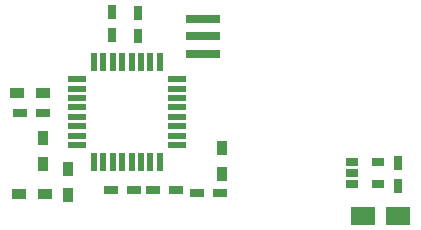
<source format=gbp>
G04 #@! TF.GenerationSoftware,KiCad,Pcbnew,no-vcs-found-7657~57~ubuntu16.04.1*
G04 #@! TF.CreationDate,2017-02-15T10:50:58+02:00*
G04 #@! TF.ProjectId,multisensor_cr123,6D756C746973656E736F725F63723132,rev?*
G04 #@! TF.FileFunction,Paste,Bot*
G04 #@! TF.FilePolarity,Positive*
%FSLAX46Y46*%
G04 Gerber Fmt 4.6, Leading zero omitted, Abs format (unit mm)*
G04 Created by KiCad (PCBNEW no-vcs-found-7657~57~ubuntu16.04.1) date Wed Feb 15 10:50:58 2017*
%MOMM*%
%LPD*%
G01*
G04 APERTURE LIST*
%ADD10C,0.100000*%
%ADD11R,3.000000X0.800000*%
%ADD12R,0.750000X1.200000*%
%ADD13R,1.200000X0.750000*%
%ADD14R,0.550000X1.600000*%
%ADD15R,1.600000X0.550000*%
%ADD16R,1.200000X0.900000*%
%ADD17R,0.900000X1.200000*%
%ADD18R,2.148840X1.501140*%
%ADD19R,1.060000X0.650000*%
G04 APERTURE END LIST*
D10*
D11*
X123761500Y-79462500D03*
X123761500Y-80962500D03*
X123761500Y-82462500D03*
D12*
X118300500Y-80896500D03*
X118300500Y-78996500D03*
D13*
X121473000Y-93980000D03*
X119573000Y-93980000D03*
D12*
X116078000Y-78933000D03*
X116078000Y-80833000D03*
D13*
X116014500Y-93980000D03*
X117914500Y-93980000D03*
X108333500Y-87439500D03*
X110233500Y-87439500D03*
D14*
X114548000Y-83126000D03*
X115348000Y-83126000D03*
X116148000Y-83126000D03*
X116948000Y-83126000D03*
X117748000Y-83126000D03*
X118548000Y-83126000D03*
X119348000Y-83126000D03*
X120148000Y-83126000D03*
D15*
X121598000Y-84576000D03*
X121598000Y-85376000D03*
X121598000Y-86176000D03*
X121598000Y-86976000D03*
X121598000Y-87776000D03*
X121598000Y-88576000D03*
X121598000Y-89376000D03*
X121598000Y-90176000D03*
D14*
X120148000Y-91626000D03*
X119348000Y-91626000D03*
X118548000Y-91626000D03*
X117748000Y-91626000D03*
X116948000Y-91626000D03*
X116148000Y-91626000D03*
X115348000Y-91626000D03*
X114548000Y-91626000D03*
D15*
X113098000Y-90176000D03*
X113098000Y-89376000D03*
X113098000Y-88576000D03*
X113098000Y-87776000D03*
X113098000Y-86976000D03*
X113098000Y-86176000D03*
X113098000Y-85376000D03*
X113098000Y-84576000D03*
D13*
X125219500Y-94234000D03*
X123319500Y-94234000D03*
D16*
X108056500Y-85788500D03*
X110256500Y-85788500D03*
D17*
X125412500Y-90446500D03*
X125412500Y-92646500D03*
X112395000Y-92181500D03*
X112395000Y-94381500D03*
X110236000Y-89578000D03*
X110236000Y-91778000D03*
D18*
X140312140Y-96139000D03*
X137309860Y-96139000D03*
D12*
X140335000Y-91696500D03*
X140335000Y-93596500D03*
D19*
X136398000Y-93467000D03*
X136398000Y-92517000D03*
X136398000Y-91567000D03*
X138598000Y-91567000D03*
X138598000Y-93467000D03*
D16*
X108247000Y-94297500D03*
X110447000Y-94297500D03*
M02*

</source>
